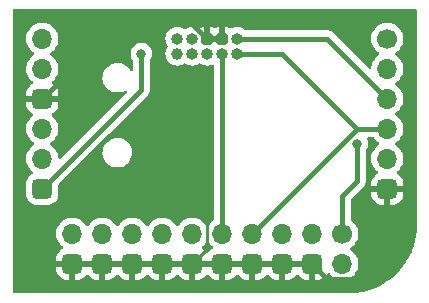
<source format=gbl>
%TF.GenerationSoftware,KiCad,Pcbnew,7.0.1*%
%TF.CreationDate,2023-05-29T15:36:49+02:00*%
%TF.ProjectId,stlink-converter,73746c69-6e6b-42d6-936f-6e7665727465,rev?*%
%TF.SameCoordinates,Original*%
%TF.FileFunction,Copper,L2,Bot*%
%TF.FilePolarity,Positive*%
%FSLAX46Y46*%
G04 Gerber Fmt 4.6, Leading zero omitted, Abs format (unit mm)*
G04 Created by KiCad (PCBNEW 7.0.1) date 2023-05-29 15:36:49*
%MOMM*%
%LPD*%
G01*
G04 APERTURE LIST*
G04 Aperture macros list*
%AMRoundRect*
0 Rectangle with rounded corners*
0 $1 Rounding radius*
0 $2 $3 $4 $5 $6 $7 $8 $9 X,Y pos of 4 corners*
0 Add a 4 corners polygon primitive as box body*
4,1,4,$2,$3,$4,$5,$6,$7,$8,$9,$2,$3,0*
0 Add four circle primitives for the rounded corners*
1,1,$1+$1,$2,$3*
1,1,$1+$1,$4,$5*
1,1,$1+$1,$6,$7*
1,1,$1+$1,$8,$9*
0 Add four rect primitives between the rounded corners*
20,1,$1+$1,$2,$3,$4,$5,0*
20,1,$1+$1,$4,$5,$6,$7,0*
20,1,$1+$1,$6,$7,$8,$9,0*
20,1,$1+$1,$8,$9,$2,$3,0*%
G04 Aperture macros list end*
%TA.AperFunction,ComponentPad*%
%ADD10C,1.000000*%
%TD*%
%TA.AperFunction,ComponentPad*%
%ADD11O,1.000000X1.000000*%
%TD*%
%TA.AperFunction,ComponentPad*%
%ADD12RoundRect,0.250000X0.250000X-0.250000X0.250000X0.250000X-0.250000X0.250000X-0.250000X-0.250000X0*%
%TD*%
%TA.AperFunction,ComponentPad*%
%ADD13RoundRect,0.425000X-0.425000X0.425000X-0.425000X-0.425000X0.425000X-0.425000X0.425000X0.425000X0*%
%TD*%
%TA.AperFunction,ComponentPad*%
%ADD14O,1.700000X1.700000*%
%TD*%
%TA.AperFunction,ComponentPad*%
%ADD15C,1.700000*%
%TD*%
%TA.AperFunction,ComponentPad*%
%ADD16RoundRect,0.425000X-0.425000X-0.425000X0.425000X-0.425000X0.425000X0.425000X-0.425000X0.425000X0*%
%TD*%
%TA.AperFunction,ComponentPad*%
%ADD17RoundRect,0.425000X0.425000X0.425000X-0.425000X0.425000X-0.425000X-0.425000X0.425000X-0.425000X0*%
%TD*%
%TA.AperFunction,ViaPad*%
%ADD18C,0.800000*%
%TD*%
%TA.AperFunction,Conductor*%
%ADD19C,0.400000*%
%TD*%
%TA.AperFunction,Conductor*%
%ADD20C,0.250000*%
%TD*%
G04 APERTURE END LIST*
D10*
%TO.P,J3,1,Pin_1*%
%TO.N,nRST*%
X106680000Y-71120000D03*
D11*
%TO.P,J3,2,Pin_2*%
%TO.N,GNDDETECT*%
X106680000Y-69850000D03*
%TO.P,J3,3,Pin_3*%
%TO.N,NC*%
X107950000Y-71120000D03*
%TO.P,J3,4,Pin_4*%
%TO.N,KEY*%
X107950000Y-69850000D03*
%TO.P,J3,5,Pin_5*%
%TO.N,SWO*%
X109220000Y-71120000D03*
D12*
%TO.P,J3,6,Pin_6*%
%TO.N,GND*%
X109220000Y-69850000D03*
D11*
%TO.P,J3,7,Pin_7*%
%TO.N,SWCLK*%
X110490000Y-71120000D03*
D12*
%TO.P,J3,8,Pin_8*%
%TO.N,GND*%
X110490000Y-69850000D03*
D11*
%TO.P,J3,9,Pin_9*%
%TO.N,SWDIO*%
X111760000Y-71120000D03*
%TO.P,J3,10,Pin_10*%
%TO.N,VCC*%
X111760000Y-69850000D03*
%TD*%
D13*
%TO.P,J1,20,Pin_20*%
%TO.N,GND*%
X97790000Y-88900000D03*
D14*
%TO.P,J1,19,Pin_19*%
%TO.N,T_SUPPLY*%
X97790000Y-86360000D03*
D13*
%TO.P,J1,18,Pin_18*%
%TO.N,GND*%
X100330000Y-88900000D03*
D14*
%TO.P,J1,17,Pin_17*%
%TO.N,RX*%
X100330000Y-86360000D03*
D13*
%TO.P,J1,16,Pin_16*%
%TO.N,GND*%
X102870000Y-88900000D03*
D14*
%TO.P,J1,15,Pin_15*%
%TO.N,RST*%
X102870000Y-86360000D03*
D13*
%TO.P,J1,14,Pin_14*%
%TO.N,GND*%
X105410000Y-88900000D03*
D14*
%TO.P,J1,13,Pin_13*%
%TO.N,T_JTDO*%
X105410000Y-86360000D03*
D13*
%TO.P,J1,12,Pin_12*%
%TO.N,GND*%
X107950000Y-88900000D03*
D14*
%TO.P,J1,11,Pin_11*%
%TO.N,T_JRCLK*%
X107950000Y-86360000D03*
D13*
%TO.P,J1,10,Pin_10*%
%TO.N,GND*%
X110490000Y-88900000D03*
D14*
%TO.P,J1,9,Pin_9*%
%TO.N,SWCLK*%
X110490000Y-86360000D03*
D13*
%TO.P,J1,8,Pin_8*%
%TO.N,GND*%
X113030000Y-88900000D03*
D14*
%TO.P,J1,7,Pin_7*%
%TO.N,SWDIO*%
X113030000Y-86360000D03*
D13*
%TO.P,J1,6,Pin_6*%
%TO.N,GND*%
X115570000Y-88900000D03*
D14*
%TO.P,J1,5,Pin_5*%
%TO.N,TX*%
X115570000Y-86360000D03*
D13*
%TO.P,J1,4,Pin_4*%
%TO.N,GND*%
X118110000Y-88900000D03*
D14*
%TO.P,J1,3,Pin_3*%
%TO.N,nRST*%
X118110000Y-86360000D03*
%TO.P,J1,2,Pin_2*%
%TO.N,unconnected-(J1-Pin_2-Pad2)*%
X120650000Y-88900000D03*
D15*
%TO.P,J1,1,Pin_1*%
%TO.N,VCC*%
X120650000Y-86360000D03*
%TD*%
%TO.P,J4,1,Pin_1*%
%TO.N,nRST*%
X124460000Y-69850000D03*
D14*
%TO.P,J4,2,Pin_2*%
%TO.N,SWO*%
X124460000Y-72390000D03*
%TO.P,J4,3,Pin_3*%
%TO.N,VCC*%
X124460000Y-74930000D03*
%TO.P,J4,4,Pin_4*%
%TO.N,SWDIO*%
X124460000Y-77470000D03*
%TO.P,J4,5,Pin_5*%
%TO.N,SWCLK*%
X124460000Y-80010000D03*
D16*
%TO.P,J4,6,Pin_6*%
%TO.N,GND*%
X124460000Y-82550000D03*
%TD*%
D14*
%TO.P,J2,6,Pin_6*%
%TO.N,T_SUPPLY*%
X95250000Y-69850000D03*
%TO.P,J2,5,Pin_5*%
%TO.N,VCC*%
X95250000Y-72390000D03*
D17*
%TO.P,J2,4,Pin_4*%
%TO.N,GND*%
X95250000Y-74930000D03*
D14*
%TO.P,J2,3,Pin_3*%
%TO.N,TX*%
X95250000Y-77470000D03*
%TO.P,J2,2,Pin_2*%
%TO.N,RX*%
X95250000Y-80010000D03*
D17*
%TO.P,J2,1,Pin_1*%
%TO.N,GNDDETECT*%
X95250000Y-82550000D03*
%TD*%
D18*
%TO.N,GNDDETECT*%
X103632000Y-71120000D03*
%TO.N,GND*%
X109220000Y-83185000D03*
%TO.N,VCC*%
X121920000Y-78740000D03*
%TD*%
D19*
%TO.N,GND*%
X109220000Y-69850000D02*
X109220000Y-69847207D01*
X109220000Y-69847207D02*
X107952793Y-68580000D01*
X107952793Y-68580000D02*
X101600000Y-68580000D01*
X101600000Y-68580000D02*
X95250000Y-74930000D01*
%TO.N,GNDDETECT*%
X103632000Y-74168000D02*
X103632000Y-71120000D01*
X100330000Y-77470000D02*
X103632000Y-74168000D01*
X95250000Y-82550000D02*
X100330000Y-77470000D01*
D20*
%TO.N,GND*%
X109220000Y-83185000D02*
X109220000Y-87630000D01*
X109220000Y-87630000D02*
X107950000Y-88900000D01*
D19*
%TO.N,VCC*%
X121920000Y-78740000D02*
X121920000Y-81915000D01*
X121920000Y-81915000D02*
X120650000Y-83185000D01*
X120650000Y-83185000D02*
X120650000Y-86360000D01*
%TO.N,GND*%
X109220000Y-69850000D02*
X110490000Y-69850000D01*
%TO.N,SWCLK*%
X110490000Y-71120000D02*
X110490000Y-86360000D01*
%TO.N,SWDIO*%
X111760000Y-71120000D02*
X115570000Y-71120000D01*
X115570000Y-71120000D02*
X121920000Y-77470000D01*
%TO.N,VCC*%
X124460000Y-74930000D02*
X119380000Y-69850000D01*
X119380000Y-69850000D02*
X111760000Y-69850000D01*
%TO.N,GND*%
X100330000Y-88900000D02*
X97790000Y-88900000D01*
X102870000Y-88900000D02*
X100330000Y-88900000D01*
X105410000Y-88900000D02*
X102870000Y-88900000D01*
X107950000Y-88900000D02*
X105410000Y-88900000D01*
X110490000Y-88900000D02*
X107950000Y-88900000D01*
X113030000Y-88900000D02*
X110490000Y-88900000D01*
X115570000Y-88900000D02*
X113030000Y-88900000D01*
X118110000Y-88900000D02*
X115570000Y-88900000D01*
X124460000Y-87630000D02*
X121920000Y-90170000D01*
X124460000Y-82550000D02*
X124460000Y-87630000D01*
X121920000Y-90170000D02*
X119380000Y-90170000D01*
X119380000Y-90170000D02*
X118110000Y-88900000D01*
%TO.N,SWDIO*%
X113030000Y-86360000D02*
X121920000Y-77470000D01*
X121920000Y-77470000D02*
X124460000Y-77470000D01*
%TD*%
%TA.AperFunction,Conductor*%
%TO.N,GND*%
G36*
X109279018Y-87017561D02*
G01*
X109323809Y-87058795D01*
X109414277Y-87197267D01*
X109566760Y-87362906D01*
X109667387Y-87441228D01*
X109705087Y-87489976D01*
X109714664Y-87550853D01*
X109693753Y-87608822D01*
X109647519Y-87649566D01*
X109558433Y-87694957D01*
X109407324Y-87817324D01*
X109316366Y-87929647D01*
X109273383Y-87963532D01*
X109220000Y-87975611D01*
X109166617Y-87963532D01*
X109123634Y-87929647D01*
X109032675Y-87817324D01*
X108881564Y-87694955D01*
X108792479Y-87649564D01*
X108746245Y-87608820D01*
X108725335Y-87550851D01*
X108734913Y-87489974D01*
X108772609Y-87441231D01*
X108873240Y-87362906D01*
X109025722Y-87197268D01*
X109116190Y-87058795D01*
X109160982Y-87017561D01*
X109220000Y-87002616D01*
X109279018Y-87017561D01*
G37*
%TD.AperFunction*%
%TA.AperFunction,Conductor*%
G36*
X126912533Y-67352107D02*
G01*
X126957919Y-67397478D01*
X126974544Y-67459463D01*
X126980018Y-85595468D01*
X126979917Y-85600508D01*
X126961267Y-86062399D01*
X126960460Y-86072372D01*
X126904933Y-86528770D01*
X126903325Y-86538645D01*
X126811181Y-86989084D01*
X126808782Y-86998798D01*
X126680623Y-87440336D01*
X126677449Y-87449825D01*
X126514100Y-87879614D01*
X126510170Y-87888815D01*
X126312714Y-88304010D01*
X126308056Y-88312866D01*
X126077758Y-88710805D01*
X126072401Y-88719255D01*
X125810779Y-89097317D01*
X125804758Y-89105309D01*
X125513495Y-89461060D01*
X125506850Y-89468539D01*
X125187856Y-89799647D01*
X125180628Y-89806567D01*
X124835990Y-90110866D01*
X124828229Y-90117181D01*
X124460161Y-90392717D01*
X124451916Y-90398385D01*
X124062836Y-90643344D01*
X124054160Y-90648329D01*
X123646599Y-90861121D01*
X123637550Y-90865390D01*
X123214164Y-91044629D01*
X123204800Y-91048155D01*
X122768333Y-91192676D01*
X122758716Y-91195435D01*
X122312024Y-91304295D01*
X122302215Y-91306270D01*
X121848202Y-91378760D01*
X121838266Y-91379938D01*
X121379869Y-91415590D01*
X121369870Y-91415962D01*
X120933344Y-91414610D01*
X120932786Y-91414500D01*
X120909072Y-91414500D01*
X120907254Y-91414500D01*
X120901866Y-91414383D01*
X120884970Y-91413648D01*
X120878720Y-91414500D01*
X92859500Y-91414500D01*
X92797500Y-91397887D01*
X92752113Y-91352500D01*
X92735500Y-91290500D01*
X92735500Y-89150000D01*
X96440000Y-89150000D01*
X96440000Y-89389735D01*
X96446356Y-89470498D01*
X96496681Y-89658315D01*
X96584957Y-89831566D01*
X96707324Y-89982675D01*
X96858433Y-90105042D01*
X97031684Y-90193318D01*
X97219501Y-90243643D01*
X97300265Y-90250000D01*
X97540000Y-90250000D01*
X97540000Y-89150000D01*
X98040000Y-89150000D01*
X98040000Y-90250000D01*
X98279735Y-90250000D01*
X98360498Y-90243643D01*
X98548315Y-90193318D01*
X98721566Y-90105042D01*
X98872677Y-89982674D01*
X98963633Y-89870353D01*
X99006615Y-89836468D01*
X99059998Y-89824388D01*
X99113382Y-89836467D01*
X99156365Y-89870352D01*
X99247324Y-89982675D01*
X99398433Y-90105042D01*
X99571684Y-90193318D01*
X99759501Y-90243643D01*
X99840265Y-90250000D01*
X100080000Y-90250000D01*
X100080000Y-89150000D01*
X100580000Y-89150000D01*
X100580000Y-90250000D01*
X100819735Y-90250000D01*
X100900498Y-90243643D01*
X101088315Y-90193318D01*
X101261566Y-90105042D01*
X101412677Y-89982674D01*
X101503633Y-89870353D01*
X101546615Y-89836468D01*
X101599998Y-89824388D01*
X101653382Y-89836467D01*
X101696365Y-89870352D01*
X101787324Y-89982675D01*
X101938433Y-90105042D01*
X102111684Y-90193318D01*
X102299501Y-90243643D01*
X102380265Y-90250000D01*
X102620000Y-90250000D01*
X102620000Y-89150000D01*
X103120000Y-89150000D01*
X103120000Y-90250000D01*
X103359735Y-90250000D01*
X103440498Y-90243643D01*
X103628315Y-90193318D01*
X103801566Y-90105042D01*
X103952677Y-89982674D01*
X104043633Y-89870353D01*
X104086615Y-89836468D01*
X104139998Y-89824388D01*
X104193382Y-89836467D01*
X104236365Y-89870352D01*
X104327324Y-89982675D01*
X104478433Y-90105042D01*
X104651684Y-90193318D01*
X104839501Y-90243643D01*
X104920265Y-90250000D01*
X105160000Y-90250000D01*
X105160000Y-89150000D01*
X105660000Y-89150000D01*
X105660000Y-90250000D01*
X105899735Y-90250000D01*
X105980498Y-90243643D01*
X106168315Y-90193318D01*
X106341566Y-90105042D01*
X106492677Y-89982674D01*
X106583633Y-89870353D01*
X106626615Y-89836468D01*
X106679998Y-89824388D01*
X106733382Y-89836467D01*
X106776365Y-89870352D01*
X106867324Y-89982675D01*
X107018433Y-90105042D01*
X107191684Y-90193318D01*
X107379501Y-90243643D01*
X107460265Y-90250000D01*
X107700000Y-90250000D01*
X107700000Y-89150000D01*
X108200000Y-89150000D01*
X108200000Y-90250000D01*
X108439735Y-90250000D01*
X108520498Y-90243643D01*
X108708315Y-90193318D01*
X108881566Y-90105042D01*
X109032677Y-89982674D01*
X109123633Y-89870353D01*
X109166615Y-89836468D01*
X109219998Y-89824388D01*
X109273382Y-89836467D01*
X109316365Y-89870352D01*
X109407324Y-89982675D01*
X109558433Y-90105042D01*
X109731684Y-90193318D01*
X109919501Y-90243643D01*
X110000265Y-90250000D01*
X110240000Y-90250000D01*
X110240000Y-89150000D01*
X110740000Y-89150000D01*
X110740000Y-90250000D01*
X110979735Y-90250000D01*
X111060498Y-90243643D01*
X111248315Y-90193318D01*
X111421566Y-90105042D01*
X111572677Y-89982674D01*
X111663633Y-89870353D01*
X111706615Y-89836468D01*
X111759998Y-89824388D01*
X111813382Y-89836467D01*
X111856365Y-89870352D01*
X111947324Y-89982675D01*
X112098433Y-90105042D01*
X112271684Y-90193318D01*
X112459501Y-90243643D01*
X112540265Y-90250000D01*
X112780000Y-90250000D01*
X112780000Y-89150000D01*
X113280000Y-89150000D01*
X113280000Y-90250000D01*
X113519735Y-90250000D01*
X113600498Y-90243643D01*
X113788315Y-90193318D01*
X113961566Y-90105042D01*
X114112677Y-89982674D01*
X114203633Y-89870353D01*
X114246615Y-89836468D01*
X114299998Y-89824388D01*
X114353382Y-89836467D01*
X114396365Y-89870352D01*
X114487324Y-89982675D01*
X114638433Y-90105042D01*
X114811684Y-90193318D01*
X114999501Y-90243643D01*
X115080265Y-90250000D01*
X115320000Y-90250000D01*
X115320000Y-89150000D01*
X115820000Y-89150000D01*
X115820000Y-90250000D01*
X116059735Y-90250000D01*
X116140498Y-90243643D01*
X116328315Y-90193318D01*
X116501566Y-90105042D01*
X116652677Y-89982674D01*
X116743633Y-89870353D01*
X116786615Y-89836468D01*
X116839998Y-89824388D01*
X116893382Y-89836467D01*
X116936365Y-89870352D01*
X117027324Y-89982675D01*
X117178433Y-90105042D01*
X117351684Y-90193318D01*
X117539501Y-90243643D01*
X117620265Y-90250000D01*
X117860000Y-90250000D01*
X117860000Y-89150000D01*
X115820000Y-89150000D01*
X115320000Y-89150000D01*
X113280000Y-89150000D01*
X112780000Y-89150000D01*
X110740000Y-89150000D01*
X110240000Y-89150000D01*
X108200000Y-89150000D01*
X107700000Y-89150000D01*
X105660000Y-89150000D01*
X105160000Y-89150000D01*
X103120000Y-89150000D01*
X102620000Y-89150000D01*
X100580000Y-89150000D01*
X100080000Y-89150000D01*
X98040000Y-89150000D01*
X97540000Y-89150000D01*
X96440000Y-89150000D01*
X92735500Y-89150000D01*
X92735500Y-86360000D01*
X96426843Y-86360000D01*
X96445435Y-86584363D01*
X96500705Y-86802618D01*
X96591138Y-87008788D01*
X96591140Y-87008791D01*
X96714277Y-87197267D01*
X96714279Y-87197269D01*
X96866760Y-87362906D01*
X96967387Y-87441228D01*
X97005087Y-87489976D01*
X97014664Y-87550853D01*
X96993753Y-87608822D01*
X96947519Y-87649566D01*
X96858433Y-87694957D01*
X96707324Y-87817324D01*
X96584957Y-87968433D01*
X96496681Y-88141684D01*
X96446356Y-88329501D01*
X96440000Y-88410265D01*
X96440000Y-88650000D01*
X118236000Y-88650000D01*
X118298000Y-88666613D01*
X118343387Y-88712000D01*
X118360000Y-88774000D01*
X118360000Y-90250000D01*
X118599735Y-90250000D01*
X118680498Y-90243643D01*
X118868315Y-90193318D01*
X119041566Y-90105042D01*
X119192675Y-89982675D01*
X119315042Y-89831566D01*
X119358429Y-89746415D01*
X119401307Y-89698762D01*
X119462253Y-89678889D01*
X119524980Y-89692109D01*
X119567132Y-89729879D01*
X119567318Y-89729708D01*
X119569093Y-89731636D01*
X119572722Y-89734888D01*
X119574275Y-89737265D01*
X119574278Y-89737268D01*
X119726760Y-89902906D01*
X119904424Y-90041189D01*
X120102426Y-90148342D01*
X120315365Y-90221444D01*
X120537431Y-90258500D01*
X120762569Y-90258500D01*
X120984635Y-90221444D01*
X121197574Y-90148342D01*
X121395576Y-90041189D01*
X121573240Y-89902906D01*
X121725722Y-89737268D01*
X121848860Y-89548791D01*
X121939296Y-89342616D01*
X121994564Y-89124368D01*
X122013156Y-88900000D01*
X121994564Y-88675632D01*
X121939296Y-88457384D01*
X121848860Y-88251209D01*
X121725722Y-88062732D01*
X121573240Y-87897094D01*
X121395576Y-87758811D01*
X121359067Y-87739053D01*
X121311563Y-87693474D01*
X121294086Y-87630000D01*
X121311563Y-87566526D01*
X121359067Y-87520946D01*
X121395576Y-87501189D01*
X121573240Y-87362906D01*
X121725722Y-87197268D01*
X121848860Y-87008791D01*
X121939296Y-86802616D01*
X121994564Y-86584368D01*
X122013156Y-86360000D01*
X121994564Y-86135632D01*
X121939296Y-85917384D01*
X121848860Y-85711209D01*
X121725722Y-85522732D01*
X121573240Y-85357094D01*
X121573239Y-85357093D01*
X121406337Y-85227186D01*
X121371099Y-85183793D01*
X121358500Y-85129333D01*
X121358500Y-83529832D01*
X121367939Y-83482379D01*
X121394819Y-83442151D01*
X121634294Y-83202676D01*
X122036969Y-82800000D01*
X123110000Y-82800000D01*
X123110000Y-83039735D01*
X123116356Y-83120498D01*
X123166681Y-83308315D01*
X123254957Y-83481566D01*
X123377324Y-83632675D01*
X123528433Y-83755042D01*
X123701684Y-83843318D01*
X123889501Y-83893643D01*
X123970265Y-83900000D01*
X124210000Y-83900000D01*
X124210000Y-82800000D01*
X124710000Y-82800000D01*
X124710000Y-83900000D01*
X124949735Y-83900000D01*
X125030498Y-83893643D01*
X125218315Y-83843318D01*
X125391566Y-83755042D01*
X125542675Y-83632675D01*
X125665042Y-83481566D01*
X125753318Y-83308315D01*
X125803643Y-83120498D01*
X125810000Y-83039735D01*
X125810000Y-82800000D01*
X124710000Y-82800000D01*
X124210000Y-82800000D01*
X123110000Y-82800000D01*
X122036969Y-82800000D01*
X122403208Y-82433760D01*
X122408611Y-82428673D01*
X122454215Y-82388273D01*
X122488816Y-82338143D01*
X122493223Y-82332156D01*
X122518416Y-82300000D01*
X122530775Y-82284226D01*
X122535031Y-82274767D01*
X122546058Y-82255215D01*
X122551954Y-82246675D01*
X122573542Y-82189746D01*
X122576404Y-82182839D01*
X122601388Y-82127329D01*
X122603259Y-82117118D01*
X122609282Y-82095510D01*
X122612965Y-82085801D01*
X122620305Y-82025348D01*
X122621426Y-82017978D01*
X122632401Y-81958093D01*
X122628726Y-81897334D01*
X122628500Y-81889848D01*
X122628500Y-79358462D01*
X122636736Y-79314025D01*
X122652537Y-79288238D01*
X122652524Y-79288231D01*
X122754527Y-79111556D01*
X122788000Y-79008537D01*
X122813542Y-78929928D01*
X122833504Y-78740000D01*
X122813542Y-78550072D01*
X122754527Y-78368444D01*
X122752250Y-78364501D01*
X122735637Y-78302502D01*
X122752249Y-78240501D01*
X122797637Y-78195113D01*
X122859637Y-78178500D01*
X123233044Y-78178500D01*
X123292062Y-78193445D01*
X123336854Y-78234679D01*
X123384278Y-78307268D01*
X123536760Y-78472906D01*
X123714424Y-78611189D01*
X123750930Y-78630945D01*
X123798435Y-78676524D01*
X123815913Y-78739997D01*
X123798437Y-78803471D01*
X123750933Y-78849052D01*
X123714427Y-78868809D01*
X123714425Y-78868810D01*
X123714424Y-78868811D01*
X123536759Y-79007094D01*
X123536760Y-79007094D01*
X123384279Y-79172730D01*
X123261138Y-79361211D01*
X123170705Y-79567381D01*
X123115435Y-79785636D01*
X123096843Y-80009999D01*
X123115435Y-80234363D01*
X123115435Y-80234366D01*
X123115436Y-80234368D01*
X123169414Y-80447522D01*
X123170705Y-80452618D01*
X123261138Y-80658788D01*
X123384279Y-80847269D01*
X123536760Y-81012906D01*
X123637387Y-81091228D01*
X123675087Y-81139976D01*
X123684664Y-81200853D01*
X123663753Y-81258822D01*
X123617519Y-81299566D01*
X123528433Y-81344957D01*
X123377324Y-81467324D01*
X123254957Y-81618433D01*
X123166681Y-81791684D01*
X123116356Y-81979501D01*
X123110000Y-82060265D01*
X123110000Y-82300000D01*
X125810000Y-82300000D01*
X125810000Y-82060265D01*
X125803643Y-81979501D01*
X125753318Y-81791684D01*
X125665042Y-81618433D01*
X125542675Y-81467324D01*
X125391564Y-81344955D01*
X125302479Y-81299564D01*
X125256245Y-81258820D01*
X125235335Y-81200851D01*
X125244913Y-81139974D01*
X125282609Y-81091231D01*
X125383240Y-81012906D01*
X125535722Y-80847268D01*
X125658860Y-80658791D01*
X125749296Y-80452616D01*
X125804564Y-80234368D01*
X125823156Y-80010000D01*
X125821951Y-79995464D01*
X125804564Y-79785636D01*
X125804564Y-79785632D01*
X125749296Y-79567384D01*
X125658860Y-79361209D01*
X125535722Y-79172732D01*
X125383240Y-79007094D01*
X125205576Y-78868811D01*
X125205575Y-78868810D01*
X125169067Y-78849053D01*
X125121562Y-78803471D01*
X125104086Y-78739997D01*
X125121564Y-78676523D01*
X125169067Y-78630946D01*
X125205576Y-78611189D01*
X125383240Y-78472906D01*
X125535722Y-78307268D01*
X125658860Y-78118791D01*
X125749296Y-77912616D01*
X125804564Y-77694368D01*
X125823156Y-77470000D01*
X125804564Y-77245632D01*
X125749296Y-77027384D01*
X125658860Y-76821209D01*
X125535722Y-76632732D01*
X125383240Y-76467094D01*
X125205576Y-76328811D01*
X125169067Y-76309053D01*
X125121563Y-76263474D01*
X125104086Y-76200000D01*
X125121563Y-76136526D01*
X125169067Y-76090946D01*
X125205576Y-76071189D01*
X125383240Y-75932906D01*
X125535722Y-75767268D01*
X125658860Y-75578791D01*
X125749296Y-75372616D01*
X125804564Y-75154368D01*
X125823156Y-74930000D01*
X125804564Y-74705632D01*
X125749296Y-74487384D01*
X125658860Y-74281209D01*
X125535722Y-74092732D01*
X125383240Y-73927094D01*
X125205576Y-73788811D01*
X125169067Y-73769053D01*
X125121563Y-73723474D01*
X125104086Y-73660000D01*
X125121563Y-73596526D01*
X125169067Y-73550946D01*
X125205576Y-73531189D01*
X125383240Y-73392906D01*
X125535722Y-73227268D01*
X125658860Y-73038791D01*
X125749296Y-72832616D01*
X125804564Y-72614368D01*
X125823156Y-72390000D01*
X125804564Y-72165632D01*
X125749296Y-71947384D01*
X125658860Y-71741209D01*
X125535722Y-71552732D01*
X125383240Y-71387094D01*
X125205576Y-71248811D01*
X125169067Y-71229053D01*
X125121563Y-71183474D01*
X125104086Y-71120000D01*
X125121563Y-71056526D01*
X125169067Y-71010946D01*
X125205576Y-70991189D01*
X125383240Y-70852906D01*
X125535722Y-70687268D01*
X125658860Y-70498791D01*
X125749296Y-70292616D01*
X125804564Y-70074368D01*
X125823156Y-69850000D01*
X125804564Y-69625632D01*
X125749296Y-69407384D01*
X125658860Y-69201209D01*
X125535722Y-69012732D01*
X125383240Y-68847094D01*
X125205576Y-68708811D01*
X125007574Y-68601658D01*
X125007573Y-68601657D01*
X125007572Y-68601657D01*
X124794636Y-68528556D01*
X124572569Y-68491500D01*
X124347431Y-68491500D01*
X124125363Y-68528556D01*
X123912427Y-68601657D01*
X123714424Y-68708811D01*
X123536760Y-68847094D01*
X123384279Y-69012730D01*
X123261138Y-69201211D01*
X123170705Y-69407381D01*
X123115435Y-69625636D01*
X123096843Y-69850000D01*
X123115435Y-70074363D01*
X123115435Y-70074366D01*
X123115436Y-70074368D01*
X123166852Y-70277405D01*
X123170705Y-70292618D01*
X123261138Y-70498788D01*
X123261140Y-70498791D01*
X123384278Y-70687268D01*
X123536760Y-70852906D01*
X123714424Y-70991189D01*
X123714426Y-70991190D01*
X123750931Y-71010946D01*
X123798436Y-71056527D01*
X123815913Y-71120000D01*
X123798436Y-71183473D01*
X123750931Y-71229054D01*
X123714426Y-71248809D01*
X123536760Y-71387094D01*
X123384279Y-71552730D01*
X123261138Y-71741211D01*
X123173200Y-71941693D01*
X123170704Y-71947384D01*
X123143138Y-72056240D01*
X123115435Y-72165636D01*
X123105553Y-72284886D01*
X123080612Y-72349793D01*
X123024655Y-72391069D01*
X122955277Y-72395736D01*
X122894296Y-72362326D01*
X119898775Y-69366805D01*
X119893658Y-69361370D01*
X119853273Y-69315785D01*
X119853272Y-69315784D01*
X119853270Y-69315782D01*
X119803170Y-69281200D01*
X119797137Y-69276761D01*
X119749225Y-69239224D01*
X119739760Y-69234964D01*
X119720216Y-69223941D01*
X119711677Y-69218047D01*
X119711675Y-69218046D01*
X119654767Y-69196463D01*
X119647848Y-69193597D01*
X119592329Y-69168611D01*
X119582111Y-69166738D01*
X119560500Y-69160713D01*
X119550802Y-69157035D01*
X119490369Y-69149696D01*
X119482970Y-69148569D01*
X119423095Y-69137597D01*
X119362324Y-69141274D01*
X119354837Y-69141500D01*
X112530767Y-69141500D01*
X112488993Y-69134251D01*
X112452102Y-69113353D01*
X112323003Y-69007404D01*
X112228390Y-68956833D01*
X112147804Y-68913759D01*
X111957701Y-68856092D01*
X111957698Y-68856091D01*
X111760000Y-68836620D01*
X111562301Y-68856091D01*
X111372193Y-68913760D01*
X111265706Y-68970678D01*
X111203422Y-68985260D01*
X111142158Y-68966858D01*
X111059122Y-68915642D01*
X110892696Y-68860493D01*
X110789979Y-68850000D01*
X110740000Y-68850000D01*
X110740000Y-69976000D01*
X110723387Y-70038000D01*
X110678000Y-70083387D01*
X110616000Y-70100000D01*
X109094000Y-70100000D01*
X109032000Y-70083387D01*
X108986613Y-70038000D01*
X108970000Y-69976000D01*
X108970000Y-68850001D01*
X108920021Y-68850001D01*
X108817304Y-68860493D01*
X108650877Y-68915642D01*
X108567841Y-68966859D01*
X108506576Y-68985261D01*
X108444292Y-68970678D01*
X108437147Y-68966859D01*
X108337804Y-68913759D01*
X108147701Y-68856092D01*
X108147698Y-68856091D01*
X108085853Y-68850000D01*
X109470000Y-68850000D01*
X109470000Y-69600000D01*
X110240000Y-69600000D01*
X110240000Y-68850001D01*
X110190021Y-68850001D01*
X110087304Y-68860493D01*
X109920876Y-68915642D01*
X109920093Y-68916126D01*
X109915415Y-68917452D01*
X109907121Y-68920201D01*
X109907000Y-68919838D01*
X109855000Y-68934585D01*
X109802999Y-68919838D01*
X109802879Y-68920201D01*
X109794584Y-68917452D01*
X109789907Y-68916126D01*
X109789123Y-68915642D01*
X109622696Y-68860493D01*
X109519979Y-68850000D01*
X109470000Y-68850000D01*
X108085853Y-68850000D01*
X107950000Y-68836620D01*
X107752301Y-68856091D01*
X107688931Y-68875314D01*
X107562196Y-68913759D01*
X107562192Y-68913760D01*
X107562192Y-68913761D01*
X107376225Y-69013162D01*
X107375113Y-69011083D01*
X107343149Y-69026841D01*
X107286851Y-69026841D01*
X107254886Y-69011083D01*
X107253775Y-69013162D01*
X107167147Y-68966859D01*
X107067804Y-68913759D01*
X106877701Y-68856092D01*
X106877698Y-68856091D01*
X106680000Y-68836620D01*
X106482301Y-68856091D01*
X106418931Y-68875314D01*
X106292196Y-68913759D01*
X106292192Y-68913760D01*
X106292192Y-68913761D01*
X106116996Y-69007404D01*
X105963432Y-69133432D01*
X105837404Y-69286996D01*
X105743761Y-69462192D01*
X105743759Y-69462196D01*
X105705314Y-69588931D01*
X105686091Y-69652301D01*
X105666620Y-69850000D01*
X105686091Y-70047698D01*
X105686092Y-70047701D01*
X105743759Y-70237804D01*
X105792441Y-70328882D01*
X105843162Y-70423775D01*
X105841083Y-70424886D01*
X105856841Y-70456851D01*
X105856841Y-70513149D01*
X105841083Y-70545113D01*
X105843162Y-70546225D01*
X105796162Y-70634157D01*
X105743759Y-70732196D01*
X105707142Y-70852905D01*
X105686091Y-70922301D01*
X105666620Y-71120000D01*
X105686091Y-71317698D01*
X105686092Y-71317701D01*
X105743759Y-71507804D01*
X105786833Y-71588390D01*
X105829508Y-71668231D01*
X105837405Y-71683004D01*
X105963432Y-71836568D01*
X106116996Y-71962595D01*
X106292196Y-72056241D01*
X106482299Y-72113908D01*
X106680000Y-72133380D01*
X106877701Y-72113908D01*
X107067804Y-72056241D01*
X107243004Y-71962595D01*
X107243005Y-71962594D01*
X107253776Y-71956837D01*
X107254889Y-71958920D01*
X107286828Y-71943164D01*
X107343151Y-71943159D01*
X107375112Y-71958919D01*
X107376225Y-71956838D01*
X107386996Y-71962595D01*
X107562196Y-72056241D01*
X107752299Y-72113908D01*
X107950000Y-72133380D01*
X108147701Y-72113908D01*
X108337804Y-72056241D01*
X108513004Y-71962595D01*
X108513005Y-71962594D01*
X108523776Y-71956837D01*
X108524889Y-71958920D01*
X108556828Y-71943164D01*
X108613151Y-71943159D01*
X108645112Y-71958919D01*
X108646225Y-71956838D01*
X108656996Y-71962595D01*
X108832196Y-72056241D01*
X109022299Y-72113908D01*
X109220000Y-72133380D01*
X109417701Y-72113908D01*
X109607804Y-72056241D01*
X109607808Y-72056238D01*
X109619490Y-72052695D01*
X109620443Y-72055837D01*
X109660561Y-72046318D01*
X109721259Y-72063928D01*
X109765394Y-72109166D01*
X109781500Y-72170280D01*
X109781500Y-85129333D01*
X109768901Y-85183793D01*
X109733663Y-85227186D01*
X109566760Y-85357093D01*
X109414279Y-85522730D01*
X109323809Y-85661205D01*
X109279017Y-85702438D01*
X109220000Y-85717383D01*
X109160983Y-85702438D01*
X109116191Y-85661205D01*
X109078205Y-85603064D01*
X109025722Y-85522732D01*
X108873240Y-85357094D01*
X108695576Y-85218811D01*
X108497574Y-85111658D01*
X108497573Y-85111657D01*
X108497572Y-85111657D01*
X108284636Y-85038556D01*
X108062569Y-85001500D01*
X107837431Y-85001500D01*
X107615363Y-85038556D01*
X107402427Y-85111657D01*
X107204424Y-85218811D01*
X107026760Y-85357094D01*
X106874279Y-85522730D01*
X106783809Y-85661205D01*
X106739017Y-85702438D01*
X106680000Y-85717383D01*
X106620983Y-85702438D01*
X106576191Y-85661205D01*
X106538205Y-85603064D01*
X106485722Y-85522732D01*
X106333240Y-85357094D01*
X106155576Y-85218811D01*
X105957574Y-85111658D01*
X105957573Y-85111657D01*
X105957572Y-85111657D01*
X105744636Y-85038556D01*
X105522569Y-85001500D01*
X105297431Y-85001500D01*
X105075363Y-85038556D01*
X104862427Y-85111657D01*
X104664424Y-85218811D01*
X104486760Y-85357094D01*
X104334279Y-85522730D01*
X104243809Y-85661205D01*
X104199017Y-85702438D01*
X104140000Y-85717383D01*
X104080983Y-85702438D01*
X104036191Y-85661205D01*
X103998205Y-85603064D01*
X103945722Y-85522732D01*
X103793240Y-85357094D01*
X103615576Y-85218811D01*
X103417574Y-85111658D01*
X103417573Y-85111657D01*
X103417572Y-85111657D01*
X103204636Y-85038556D01*
X102982569Y-85001500D01*
X102757431Y-85001500D01*
X102535363Y-85038556D01*
X102322427Y-85111657D01*
X102124424Y-85218811D01*
X101946760Y-85357094D01*
X101794279Y-85522730D01*
X101703809Y-85661205D01*
X101659017Y-85702438D01*
X101600000Y-85717383D01*
X101540983Y-85702438D01*
X101496191Y-85661205D01*
X101458205Y-85603064D01*
X101405722Y-85522732D01*
X101253240Y-85357094D01*
X101075576Y-85218811D01*
X100877574Y-85111658D01*
X100877573Y-85111657D01*
X100877572Y-85111657D01*
X100664636Y-85038556D01*
X100442569Y-85001500D01*
X100217431Y-85001500D01*
X99995363Y-85038556D01*
X99782427Y-85111657D01*
X99584424Y-85218811D01*
X99406760Y-85357094D01*
X99254279Y-85522730D01*
X99163809Y-85661205D01*
X99119017Y-85702438D01*
X99060000Y-85717383D01*
X99000983Y-85702438D01*
X98956191Y-85661205D01*
X98918205Y-85603064D01*
X98865722Y-85522732D01*
X98713240Y-85357094D01*
X98535576Y-85218811D01*
X98337574Y-85111658D01*
X98337573Y-85111657D01*
X98337572Y-85111657D01*
X98124636Y-85038556D01*
X97902569Y-85001500D01*
X97677431Y-85001500D01*
X97455363Y-85038556D01*
X97242427Y-85111657D01*
X97044424Y-85218811D01*
X96866760Y-85357094D01*
X96714279Y-85522730D01*
X96591138Y-85711211D01*
X96500705Y-85917381D01*
X96445435Y-86135636D01*
X96426843Y-86360000D01*
X92735500Y-86360000D01*
X92735500Y-80009999D01*
X93886843Y-80009999D01*
X93905435Y-80234363D01*
X93905435Y-80234366D01*
X93905436Y-80234368D01*
X93959414Y-80447522D01*
X93960705Y-80452618D01*
X94051138Y-80658788D01*
X94174279Y-80847269D01*
X94326760Y-81012906D01*
X94419979Y-81085462D01*
X94457679Y-81134210D01*
X94467256Y-81195086D01*
X94446346Y-81253055D01*
X94400112Y-81293799D01*
X94313780Y-81337787D01*
X94161280Y-81461280D01*
X94037789Y-81613778D01*
X93948701Y-81788621D01*
X93897914Y-81978162D01*
X93891500Y-82059665D01*
X93891500Y-83040334D01*
X93897914Y-83121836D01*
X93948701Y-83311378D01*
X93948702Y-83311379D01*
X94037789Y-83486221D01*
X94161280Y-83638720D01*
X94313779Y-83762211D01*
X94488621Y-83851298D01*
X94678164Y-83902086D01*
X94759663Y-83908500D01*
X95740336Y-83908499D01*
X95821836Y-83902086D01*
X96011379Y-83851298D01*
X96186221Y-83762211D01*
X96338720Y-83638720D01*
X96462211Y-83486221D01*
X96551298Y-83311379D01*
X96602086Y-83121836D01*
X96608500Y-83040337D01*
X96608499Y-82244830D01*
X96617938Y-82197378D01*
X96644815Y-82157153D01*
X99243641Y-79558328D01*
X100345709Y-79558328D01*
X100375925Y-79781388D01*
X100416051Y-79904884D01*
X100445483Y-79995464D01*
X100552148Y-80193681D01*
X100692492Y-80369666D01*
X100862004Y-80517765D01*
X100862006Y-80517766D01*
X101055237Y-80633216D01*
X101173214Y-80677493D01*
X101265976Y-80712307D01*
X101487453Y-80752500D01*
X101656153Y-80752500D01*
X101656155Y-80752500D01*
X101824188Y-80737377D01*
X102041170Y-80677493D01*
X102243973Y-80579829D01*
X102426078Y-80447522D01*
X102581632Y-80284825D01*
X102705635Y-80096968D01*
X102794103Y-79889988D01*
X102844191Y-79670537D01*
X102854290Y-79445670D01*
X102824075Y-79222613D01*
X102754517Y-79008536D01*
X102647852Y-78810319D01*
X102507508Y-78634334D01*
X102337996Y-78486235D01*
X102315687Y-78472906D01*
X102144762Y-78370783D01*
X101934025Y-78291693D01*
X101712547Y-78251500D01*
X101543845Y-78251500D01*
X101476631Y-78257549D01*
X101375809Y-78266623D01*
X101158828Y-78326507D01*
X100956027Y-78424170D01*
X100773925Y-78556475D01*
X100618365Y-78719178D01*
X100494365Y-78907031D01*
X100405896Y-79114012D01*
X100355809Y-79333462D01*
X100345709Y-79558328D01*
X99243641Y-79558328D01*
X100861291Y-77940679D01*
X100919871Y-77882099D01*
X100919874Y-77882095D01*
X104115208Y-74686760D01*
X104120611Y-74681673D01*
X104166215Y-74641273D01*
X104200816Y-74591143D01*
X104205223Y-74585156D01*
X104223777Y-74561474D01*
X104242775Y-74537226D01*
X104247031Y-74527767D01*
X104258058Y-74508215D01*
X104263954Y-74499675D01*
X104285542Y-74442746D01*
X104288404Y-74435839D01*
X104313388Y-74380329D01*
X104315259Y-74370118D01*
X104321282Y-74348510D01*
X104324965Y-74338801D01*
X104332305Y-74278348D01*
X104333426Y-74270978D01*
X104344401Y-74211093D01*
X104340726Y-74150334D01*
X104340500Y-74142848D01*
X104340500Y-71738462D01*
X104348736Y-71694025D01*
X104364537Y-71668238D01*
X104364524Y-71668231D01*
X104466527Y-71491556D01*
X104523017Y-71317698D01*
X104525542Y-71309928D01*
X104545504Y-71120000D01*
X104525542Y-70930072D01*
X104466527Y-70748444D01*
X104466527Y-70748443D01*
X104371042Y-70583058D01*
X104336876Y-70545113D01*
X104243253Y-70441134D01*
X104146901Y-70371130D01*
X104088751Y-70328881D01*
X103914285Y-70251204D01*
X103727489Y-70211500D01*
X103727487Y-70211500D01*
X103536513Y-70211500D01*
X103536511Y-70211500D01*
X103349714Y-70251204D01*
X103175248Y-70328881D01*
X103020748Y-70441133D01*
X102892957Y-70583058D01*
X102797472Y-70748443D01*
X102738458Y-70930070D01*
X102718496Y-71119999D01*
X102738458Y-71309929D01*
X102797472Y-71491556D01*
X102899476Y-71668231D01*
X102899462Y-71668238D01*
X102915264Y-71694025D01*
X102923500Y-71738462D01*
X102923500Y-72480453D01*
X102906514Y-72543094D01*
X102860210Y-72588574D01*
X102797274Y-72604433D01*
X102734948Y-72586326D01*
X102690307Y-72539214D01*
X102647852Y-72460319D01*
X102507508Y-72284334D01*
X102337996Y-72136235D01*
X102292690Y-72109166D01*
X102144762Y-72020783D01*
X101934025Y-71941693D01*
X101712547Y-71901500D01*
X101543845Y-71901500D01*
X101476631Y-71907549D01*
X101375809Y-71916623D01*
X101158828Y-71976507D01*
X100956027Y-72074170D01*
X100773925Y-72206475D01*
X100618365Y-72369178D01*
X100494365Y-72557031D01*
X100405896Y-72764012D01*
X100355809Y-72983462D01*
X100345709Y-73208328D01*
X100375925Y-73431388D01*
X100424489Y-73580853D01*
X100445483Y-73645464D01*
X100552148Y-73843681D01*
X100692492Y-74019666D01*
X100862004Y-74167765D01*
X100925051Y-74205434D01*
X101055237Y-74283216D01*
X101173214Y-74327493D01*
X101265976Y-74362307D01*
X101487453Y-74402500D01*
X101656153Y-74402500D01*
X101656155Y-74402500D01*
X101824188Y-74387377D01*
X102041170Y-74327493D01*
X102211848Y-74245299D01*
X102279529Y-74233800D01*
X102342959Y-74260073D01*
X102382687Y-74316065D01*
X102386537Y-74384613D01*
X102353327Y-74444701D01*
X99800735Y-76997292D01*
X99800733Y-76997296D01*
X96815703Y-79982325D01*
X96754721Y-80015735D01*
X96685344Y-80011068D01*
X96629387Y-79969791D01*
X96604446Y-79904884D01*
X96594564Y-79785636D01*
X96594564Y-79785632D01*
X96539296Y-79567384D01*
X96448860Y-79361209D01*
X96325722Y-79172732D01*
X96173240Y-79007094D01*
X95995576Y-78868811D01*
X95995575Y-78868810D01*
X95959067Y-78849053D01*
X95911562Y-78803471D01*
X95894086Y-78739997D01*
X95911564Y-78676523D01*
X95959067Y-78630946D01*
X95995576Y-78611189D01*
X96173240Y-78472906D01*
X96325722Y-78307268D01*
X96448860Y-78118791D01*
X96539296Y-77912616D01*
X96594564Y-77694368D01*
X96613156Y-77470000D01*
X96594564Y-77245632D01*
X96539296Y-77027384D01*
X96448860Y-76821209D01*
X96325722Y-76632732D01*
X96173240Y-76467094D01*
X96173237Y-76467092D01*
X96072612Y-76388771D01*
X96034912Y-76340022D01*
X96025335Y-76279145D01*
X96046246Y-76221176D01*
X96092481Y-76180433D01*
X96181564Y-76135043D01*
X96332675Y-76012675D01*
X96455042Y-75861566D01*
X96543318Y-75688315D01*
X96593643Y-75500498D01*
X96600000Y-75419735D01*
X96600000Y-75180000D01*
X93900000Y-75180000D01*
X93900000Y-75419735D01*
X93906356Y-75500498D01*
X93956681Y-75688315D01*
X94044957Y-75861566D01*
X94167324Y-76012675D01*
X94318435Y-76135043D01*
X94407518Y-76180433D01*
X94453753Y-76221177D01*
X94474664Y-76279145D01*
X94465087Y-76340022D01*
X94427388Y-76388770D01*
X94326761Y-76467092D01*
X94174279Y-76632730D01*
X94051138Y-76821211D01*
X93960705Y-77027381D01*
X93905435Y-77245636D01*
X93886843Y-77470000D01*
X93905435Y-77694363D01*
X93960705Y-77912618D01*
X94051138Y-78118788D01*
X94051140Y-78118791D01*
X94174278Y-78307268D01*
X94326760Y-78472906D01*
X94504424Y-78611189D01*
X94540930Y-78630945D01*
X94588435Y-78676524D01*
X94605913Y-78739997D01*
X94588437Y-78803471D01*
X94540933Y-78849052D01*
X94504427Y-78868809D01*
X94504425Y-78868810D01*
X94504424Y-78868811D01*
X94326759Y-79007094D01*
X94326760Y-79007094D01*
X94174279Y-79172730D01*
X94051138Y-79361211D01*
X93960705Y-79567381D01*
X93905435Y-79785636D01*
X93886843Y-80009999D01*
X92735500Y-80009999D01*
X92735500Y-72390000D01*
X93886843Y-72390000D01*
X93905435Y-72614363D01*
X93960705Y-72832618D01*
X94051138Y-73038788D01*
X94051140Y-73038791D01*
X94161905Y-73208330D01*
X94174279Y-73227269D01*
X94326760Y-73392906D01*
X94427387Y-73471228D01*
X94465087Y-73519976D01*
X94474664Y-73580853D01*
X94453753Y-73638822D01*
X94407519Y-73679566D01*
X94318433Y-73724957D01*
X94167324Y-73847324D01*
X94044957Y-73998433D01*
X93956681Y-74171684D01*
X93906356Y-74359501D01*
X93900000Y-74440265D01*
X93900000Y-74680000D01*
X96600000Y-74680000D01*
X96600000Y-74440265D01*
X96593643Y-74359501D01*
X96543318Y-74171684D01*
X96455042Y-73998433D01*
X96332675Y-73847324D01*
X96181564Y-73724955D01*
X96092479Y-73679564D01*
X96046245Y-73638820D01*
X96025335Y-73580851D01*
X96034913Y-73519974D01*
X96072609Y-73471231D01*
X96173240Y-73392906D01*
X96325722Y-73227268D01*
X96448860Y-73038791D01*
X96539296Y-72832616D01*
X96594564Y-72614368D01*
X96613156Y-72390000D01*
X96594564Y-72165632D01*
X96539296Y-71947384D01*
X96448860Y-71741209D01*
X96325722Y-71552732D01*
X96173240Y-71387094D01*
X95995576Y-71248811D01*
X95959067Y-71229053D01*
X95911563Y-71183474D01*
X95894086Y-71120000D01*
X95911563Y-71056526D01*
X95959067Y-71010946D01*
X95995576Y-70991189D01*
X96173240Y-70852906D01*
X96325722Y-70687268D01*
X96448860Y-70498791D01*
X96539296Y-70292616D01*
X96594564Y-70074368D01*
X96613156Y-69850000D01*
X96594564Y-69625632D01*
X96539296Y-69407384D01*
X96448860Y-69201209D01*
X96325722Y-69012732D01*
X96173240Y-68847094D01*
X95995576Y-68708811D01*
X95797574Y-68601658D01*
X95797573Y-68601657D01*
X95797572Y-68601657D01*
X95584636Y-68528556D01*
X95362569Y-68491500D01*
X95137431Y-68491500D01*
X94915363Y-68528556D01*
X94702427Y-68601657D01*
X94504424Y-68708811D01*
X94326760Y-68847094D01*
X94174279Y-69012730D01*
X94051138Y-69201211D01*
X93960705Y-69407381D01*
X93905435Y-69625636D01*
X93886843Y-69850000D01*
X93905435Y-70074363D01*
X93905435Y-70074366D01*
X93905436Y-70074368D01*
X93956852Y-70277405D01*
X93960705Y-70292618D01*
X94051138Y-70498788D01*
X94051140Y-70498791D01*
X94174278Y-70687268D01*
X94326760Y-70852906D01*
X94504424Y-70991189D01*
X94504426Y-70991190D01*
X94540931Y-71010946D01*
X94588436Y-71056527D01*
X94605913Y-71120000D01*
X94588436Y-71183473D01*
X94540931Y-71229054D01*
X94504426Y-71248809D01*
X94326760Y-71387094D01*
X94174279Y-71552730D01*
X94051138Y-71741211D01*
X93963200Y-71941693D01*
X93960704Y-71947384D01*
X93933138Y-72056240D01*
X93905435Y-72165636D01*
X93886843Y-72390000D01*
X92735500Y-72390000D01*
X92735500Y-67459500D01*
X92752113Y-67397500D01*
X92797500Y-67352113D01*
X92859500Y-67335500D01*
X126850544Y-67335500D01*
X126912533Y-67352107D01*
G37*
%TD.AperFunction*%
%TD*%
M02*

</source>
